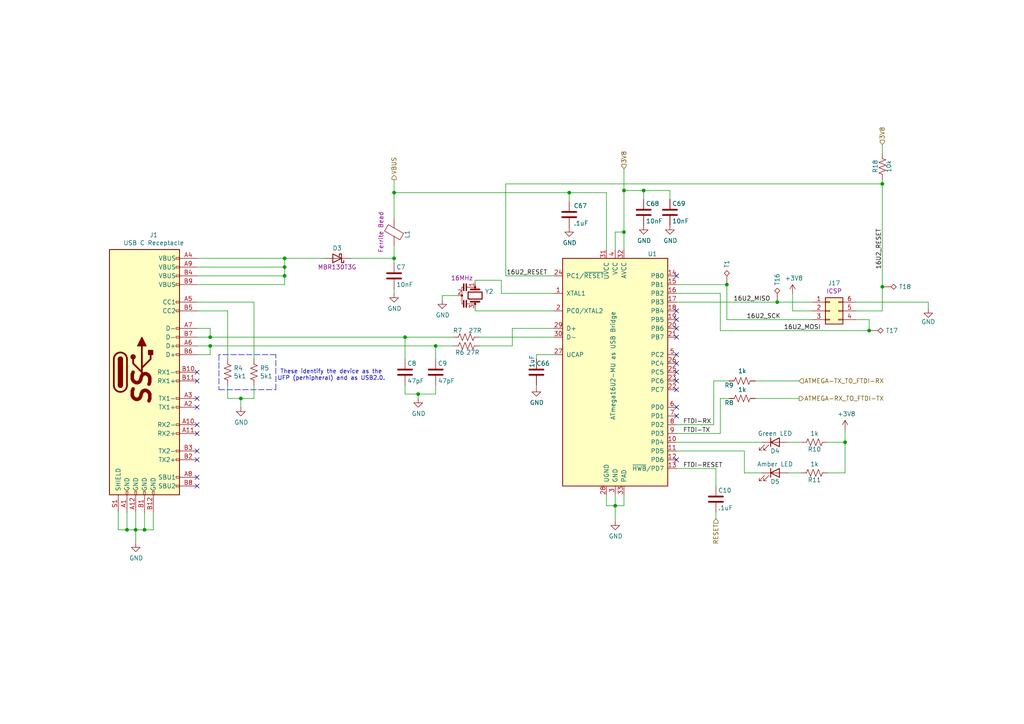
<source format=kicad_sch>
(kicad_sch (version 20211123) (generator eeschema)
  (paper "A4")
  (title_block (title "RCP USB PORT & BRIDGE "))
  (lib_symbols
    (symbol "Connector:TestPoint_Alt" (pin_numbers hide) (pin_names (offset 0.762) hide)
      (property "Reference" "TP" (at 0 6.858 0))
      (property "Value" "TestPoint_Alt" (at 0 5.08 0))
      (symbol "TestPoint_Alt_0_1"
        (polyline (pts (xy 0 2.54) (xy -0.762 3.302) (xy 0 4.064) (xy 0.762 3.302) (xy 0 2.54)))
      )
      (symbol "TestPoint_Alt_1_1"
        (pin passive line (at 0 0 90) (length 2.54) (name "1") (number "1"))
      )
    )
    (symbol "Connector_Generic:Conn_02x03_Counter_Clockwise" (pin_names (offset 1.016) hide)
      (property "Reference" "J" (at 1.27 5.08 0))
      (property "Value" "Conn_02x03_Counter_Clockwise" (at 1.27 -5.08 0))
      (symbol "Conn_02x03_Counter_Clockwise_1_1"
        (rectangle (start -1.27 -2.413) (end 0 -2.667) (stroke (width 0.1524)))
        (rectangle (start -1.27 0.127) (end 0 -0.127) (stroke (width 0.1524)))
        (rectangle (start -1.27 2.667) (end 0 2.413) (stroke (width 0.1524)))
        (rectangle (start -1.27 3.81) (end 3.81 -3.81) (stroke (width 0.254)) (fill (type background)))
        (rectangle (start 3.81 -2.413) (end 2.54 -2.667) (stroke (width 0.1524)))
        (rectangle (start 3.81 0.127) (end 2.54 -0.127) (stroke (width 0.1524)))
        (rectangle (start 3.81 2.667) (end 2.54 2.413) (stroke (width 0.1524)))
        (pin passive line (at -5.08 2.54 0) (length 3.81) (name "Pin_1") (number "1"))
        (pin passive line (at -5.08 0 0) (length 3.81) (name "Pin_2") (number "2"))
        (pin passive line (at -5.08 -2.54 0) (length 3.81) (name "Pin_3") (number "3"))
        (pin passive line (at 7.62 -2.54 180) (length 3.81) (name "Pin_4") (number "4"))
        (pin passive line (at 7.62 0 180) (length 3.81) (name "Pin_5") (number "5"))
        (pin passive line (at 7.62 2.54 180) (length 3.81) (name "Pin_6") (number "6"))
      )
    )
    (symbol "Device:C" (pin_numbers hide) (pin_names (offset 0.254))
      (property "Reference" "C" (at 0.635 2.54 0))
      (property "Value" "C" (at 0.635 -2.54 0))
      (symbol "C_0_1"
        (polyline (pts (xy -2.032 -0.762) (xy 2.032 -0.762)) (stroke (width 0.508)))
        (polyline (pts (xy -2.032 0.762) (xy 2.032 0.762)) (stroke (width 0.508)))
      )
      (symbol "C_1_1"
        (pin passive line (at 0 3.81 270) (length 2.794) (name "~") (number "1"))
        (pin passive line (at 0 -3.81 90) (length 2.794) (name "~") (number "2"))
      )
    )
    (symbol "Device:D_Schottky" (pin_numbers hide) (pin_names (offset 1.016) hide)
      (property "Reference" "D" (at 0 2.54 0))
      (property "Value" "D_Schottky" (at 0 -2.54 0))
      (symbol "D_Schottky_0_1"
        (polyline (pts (xy 1.27 0) (xy -1.27 0)))
        (polyline (pts (xy 1.27 1.27) (xy 1.27 -1.27) (xy -1.27 0) (xy 1.27 1.27)) (stroke (width 0.254)))
        (polyline (pts (xy -1.905 0.635) (xy -1.905 1.27) (xy -1.27 1.27) (xy -1.27 -1.27) (xy -0.635 -1.27) (xy -0.635 -0.635)) (stroke (width 0.254)))
      )
      (symbol "D_Schottky_1_1"
        (pin passive line (at -3.81 0 0) (length 2.54) (name "K") (number "1"))
        (pin passive line (at 3.81 0 180) (length 2.54) (name "A") (number "2"))
      )
    )
    (symbol "Device:Ferrite_Bead" (pin_numbers hide) (pin_names (offset 0))
      (property "Reference" "FB" (at -3.81 0.635 90))
      (property "Value" "Device_Ferrite_Bead" (at 3.81 0 90))
      (symbol "Ferrite_Bead_0_1"
        (polyline (pts (xy 0 -1.27) (xy 0 -1.2192)))
        (polyline (pts (xy 0 1.27) (xy 0 1.2954)))
        (polyline (pts (xy -2.7686 0.4064) (xy -1.7018 2.2606) (xy 2.7686 -0.3048) (xy 1.6764 -2.159) (xy -2.7686 0.4064)))
      )
      (symbol "Ferrite_Bead_1_1"
        (pin passive line (at 0 3.81 270) (length 2.54) (name "~") (number "1"))
        (pin passive line (at 0 -3.81 90) (length 2.54) (name "~") (number "2"))
      )
    )
    (symbol "Device:LED" (pin_numbers hide) (pin_names (offset 1.016) hide)
      (property "Reference" "D" (at 0 2.54 0))
      (property "Value" "LED" (at 0 -2.54 0))
      (symbol "LED_0_1"
        (polyline (pts (xy -1.27 -1.27) (xy -1.27 1.27)) (stroke (width 0.254)))
        (polyline (pts (xy -1.27 0) (xy 1.27 0)))
        (polyline (pts (xy 1.27 -1.27) (xy 1.27 1.27) (xy -1.27 0) (xy 1.27 -1.27)) (stroke (width 0.254)))
        (polyline (pts (xy -3.048 -0.762) (xy -4.572 -2.286) (xy -3.81 -2.286) (xy -4.572 -2.286) (xy -4.572 -1.524)))
        (polyline (pts (xy -1.778 -0.762) (xy -3.302 -2.286) (xy -2.54 -2.286) (xy -3.302 -2.286) (xy -3.302 -1.524)))
      )
      (symbol "LED_1_1"
        (pin passive line (at -3.81 0 0) (length 2.54) (name "K") (number "1"))
        (pin passive line (at 3.81 0 180) (length 2.54) (name "A") (number "2"))
      )
    )
    (symbol "Device:R_US" (pin_numbers hide) (pin_names (offset 0))
      (property "Reference" "R" (at 2.54 0 90))
      (property "Value" "R_US" (at -2.54 0 90))
      (symbol "R_US_0_1"
        (polyline (pts (xy 0 -2.286) (xy 0 -2.54)))
        (polyline (pts (xy 0 2.286) (xy 0 2.54)))
        (polyline (pts (xy 0 -0.762) (xy 1.016 -1.143) (xy 0 -1.524) (xy -1.016 -1.905) (xy 0 -2.286)))
        (polyline (pts (xy 0 0.762) (xy 1.016 0.381) (xy 0 0) (xy -1.016 -0.381) (xy 0 -0.762)))
        (polyline (pts (xy 0 2.286) (xy 1.016 1.905) (xy 0 1.524) (xy -1.016 1.143) (xy 0 0.762)))
      )
      (symbol "R_US_1_1"
        (pin passive line (at 0 3.81 270) (length 1.27) (name "~") (number "1"))
        (pin passive line (at 0 -3.81 90) (length 1.27) (name "~") (number "2"))
      )
    )
    (symbol "Device:Resonator" (pin_names (offset 1.016) hide)
      (property "Reference" "Y" (at 0 5.715 0))
      (property "Value" "Resonator" (at 0 3.81 0))
      (symbol "Resonator_0_1"
        (rectangle (start -3.429 -3.175) (end -1.397 -3.429) (fill (type outline)))
        (rectangle (start -3.429 -2.413) (end -1.397 -2.667) (fill (type outline)))
        (circle (center -2.413 0) (radius 0.254) (fill (type outline)))
        (rectangle (start -1.016 2.032) (end 1.016 -2.032) (stroke (width 0.3048)))
        (circle (center 0 -3.81) (radius 0.254) (fill (type outline)))
        (polyline (pts (xy -2.413 -2.413) (xy -2.413 0)))
        (polyline (pts (xy -1.905 0) (xy -3.175 0)))
        (polyline (pts (xy -1.778 -1.27) (xy -1.778 1.27)) (stroke (width 0.508)))
        (polyline (pts (xy 1.778 -1.27) (xy 1.778 1.27)) (stroke (width 0.508)))
        (polyline (pts (xy 1.905 0) (xy 2.54 0)))
        (polyline (pts (xy 2.413 0) (xy 2.413 -2.54)))
        (polyline (pts (xy 2.413 -3.302) (xy 2.413 -3.81) (xy -2.413 -3.81) (xy -2.413 -3.302)))
        (rectangle (start 1.397 -3.175) (end 3.429 -3.429) (fill (type outline)))
        (rectangle (start 1.397 -2.413) (end 3.429 -2.667) (fill (type outline)))
        (circle (center 2.413 0) (radius 0.254) (fill (type outline)))
      )
      (symbol "Resonator_1_1"
        (pin passive line (at -3.81 0 0) (length 1.27) (name "1") (number "1"))
        (pin passive line (at 0 -5.08 90) (length 1.27) (name "2") (number "2"))
        (pin passive line (at 3.81 0 180) (length 1.27) (name "3") (number "3"))
      )
    )
    (symbol "MyLibrary:ATmega16U2-MU" (pin_names (offset 1.016))
      (property "Reference" "U" (at 8.89 33.02 0))
      (property "Value" "MyLibrary_ATmega16U2-MU" (at 0 0 0))
      (symbol "ATmega16U2-MU_1_1"
        (rectangle (start -15.24 -35.56) (end 15.24 30.48) (stroke (width 0.254)) (fill (type background)))
        (pin input line (at -17.78 20.32 0) (length 2.54) (name "XTAL1") (number "1"))
        (pin tri_state line (at 17.78 -22.86 180) (length 2.54) (name "PD4") (number "10"))
        (pin tri_state line (at 17.78 -25.4 180) (length 2.54) (name "PD5") (number "11"))
        (pin tri_state line (at 17.78 -27.94 180) (length 2.54) (name "PD6") (number "12"))
        (pin tri_state line (at 17.78 -30.48 180) (length 2.54) (name "~{HWB}/PD7") (number "13"))
        (pin tri_state line (at 17.78 25.4 180) (length 2.54) (name "PB0") (number "14"))
        (pin tri_state line (at 17.78 22.86 180) (length 2.54) (name "PB1") (number "15"))
        (pin tri_state line (at 17.78 20.32 180) (length 2.54) (name "PB2") (number "16"))
        (pin tri_state line (at 17.78 17.78 180) (length 2.54) (name "PB3") (number "17"))
        (pin tri_state line (at 17.78 15.24 180) (length 2.54) (name "PB4") (number "18"))
        (pin tri_state line (at 17.78 12.7 180) (length 2.54) (name "PB5") (number "19"))
        (pin tri_state line (at -17.78 15.24 0) (length 2.54) (name "PC0/XTAL2") (number "2"))
        (pin tri_state line (at 17.78 10.16 180) (length 2.54) (name "PB6") (number "20"))
        (pin tri_state line (at 17.78 7.62 180) (length 2.54) (name "PB7") (number "21"))
        (pin tri_state line (at 17.78 -7.62 180) (length 2.54) (name "PC7") (number "22"))
        (pin tri_state line (at 17.78 -5.08 180) (length 2.54) (name "PC6") (number "23"))
        (pin tri_state line (at -17.78 25.4 0) (length 2.54) (name "PC1/~{RESET}") (number "24"))
        (pin tri_state line (at 17.78 -2.54 180) (length 2.54) (name "PC5") (number "25"))
        (pin tri_state line (at 17.78 0 180) (length 2.54) (name "PC4") (number "26"))
        (pin passive line (at -17.78 2.54 0) (length 2.54) (name "UCAP") (number "27"))
        (pin power_in line (at -2.54 -38.1 90) (length 2.54) (name "UGND") (number "28"))
        (pin bidirectional line (at -17.78 10.16 0) (length 2.54) (name "D+") (number "29"))
        (pin power_in line (at 0 -38.1 90) (length 2.54) (name "GND") (number "3"))
        (pin bidirectional line (at -17.78 7.62 0) (length 2.54) (name "D-") (number "30"))
        (pin power_in line (at -2.54 33.02 270) (length 2.54) (name "UVCC") (number "31"))
        (pin power_in line (at 2.54 33.02 270) (length 2.54) (name "AVCC") (number "32"))
        (pin passive line (at 2.54 -38.1 90) (length 2.54) (name "PAD") (number "33"))
        (pin power_in line (at 0 33.02 270) (length 2.54) (name "VCC") (number "4"))
        (pin tri_state line (at 17.78 2.54 180) (length 2.54) (name "PC2") (number "5"))
        (pin tri_state line (at 17.78 -12.7 180) (length 2.54) (name "PD0") (number "6"))
        (pin tri_state line (at 17.78 -15.24 180) (length 2.54) (name "PD1") (number "7"))
        (pin tri_state line (at 17.78 -17.78 180) (length 2.54) (name "PD2") (number "8"))
        (pin tri_state line (at 17.78 -20.32 180) (length 2.54) (name "PD3") (number "9"))
      )
    )
    (symbol "RUSP_Mainboard-rescue:USB_C_Receptacle-Connector-4GRotaryCellPhone-rescue-4GRCP_Mainboard-rescue" (pin_names (offset 1.016))
      (property "Reference" "J" (at -10.16 36.83 0))
      (property "Value" "USB_C_Receptacle-Connector-4GRotaryCellPhone-rescue-4GRCP_Mainboard-rescue" (at 10.16 36.83 0))
      (symbol "USB_C_Receptacle-Connector-4GRotaryCellPhone-rescue-4GRCP_Mainboard-rescue_0_0"
        (rectangle (start -5.334 -35.56) (end -4.826 -34.544))
        (rectangle (start -2.794 -35.56) (end -2.286 -34.544))
        (rectangle (start -0.254 -35.56) (end 0.254 -34.544))
        (rectangle (start 2.286 -35.56) (end 2.794 -34.544))
        (rectangle (start 10.16 -32.766) (end 9.144 -33.274))
        (rectangle (start 10.16 -30.226) (end 9.144 -30.734))
        (rectangle (start 10.16 -25.146) (end 9.144 -25.654))
        (rectangle (start 10.16 -22.606) (end 9.144 -23.114))
        (rectangle (start 10.16 -17.526) (end 9.144 -18.034))
        (rectangle (start 10.16 -14.986) (end 9.144 -15.494))
        (rectangle (start 10.16 -9.906) (end 9.144 -10.414))
        (rectangle (start 10.16 -7.366) (end 9.144 -7.874))
        (rectangle (start 10.16 -2.286) (end 9.144 -2.794))
        (rectangle (start 10.16 0.254) (end 9.144 -0.254))
        (rectangle (start 10.16 5.334) (end 9.144 4.826))
        (rectangle (start 10.16 7.874) (end 9.144 7.366))
        (rectangle (start 10.16 10.414) (end 9.144 9.906))
        (rectangle (start 10.16 12.954) (end 9.144 12.446))
        (rectangle (start 10.16 18.034) (end 9.144 17.526))
        (rectangle (start 10.16 20.574) (end 9.144 20.066))
        (rectangle (start 10.16 25.654) (end 9.144 25.146))
        (rectangle (start 10.16 28.194) (end 9.144 27.686))
        (rectangle (start 10.16 30.734) (end 9.144 30.226))
        (rectangle (start 10.16 33.274) (end 9.144 32.766))
        (text "SS" (at -0.762 -4.445 900) (effects (font (size 5.08 5.08) bold italic)))
      )
      (symbol "USB_C_Receptacle-Connector-4GRotaryCellPhone-rescue-4GRCP_Mainboard-rescue_0_1"
        (rectangle (start -10.16 35.56) (end 10.16 -35.56) (stroke (width 0.254)) (fill (type background)))
        (arc (start -8.89 -3.81) (mid -6.985 -5.715) (end -5.08 -3.81) (stroke (width 0.508)))
        (arc (start -7.62 -3.81) (mid -6.985 -4.445) (end -6.35 -3.81) (stroke (width 0.254)))
        (arc (start -7.62 -3.81) (mid -6.985 -4.445) (end -6.35 -3.81) (stroke (width 0.254)) (fill (type outline)))
        (rectangle (start -7.62 -3.81) (end -6.35 3.81) (stroke (width 0.254)) (fill (type outline)))
        (arc (start -6.35 3.81) (mid -6.985 4.445) (end -7.62 3.81) (stroke (width 0.254)))
        (arc (start -6.35 3.81) (mid -6.985 4.445) (end -7.62 3.81) (stroke (width 0.254)) (fill (type outline)))
        (arc (start -5.08 3.81) (mid -6.985 5.715) (end -8.89 3.81) (stroke (width 0.508)))
        (circle (center -3.302 4.445) (radius 0.635) (stroke (width 0.254)) (fill (type outline)))
        (polyline (pts (xy -8.89 -3.81) (xy -8.89 3.81)) (stroke (width 0.508)))
        (polyline (pts (xy -5.08 3.81) (xy -5.08 -3.81)) (stroke (width 0.508)))
        (polyline (pts (xy -0.762 -1.27) (xy -0.762 7.62)) (stroke (width 0.508)))
        (polyline (pts (xy -0.762 0) (xy -3.302 2.54) (xy -3.302 3.81)) (stroke (width 0.508)))
        (polyline (pts (xy -0.762 1.27) (xy 1.778 3.81) (xy 1.778 5.08)) (stroke (width 0.508)))
        (polyline (pts (xy -2.032 7.62) (xy -0.762 10.16) (xy 0.508 7.62) (xy -2.032 7.62)) (stroke (width 0.254)) (fill (type outline)))
        (rectangle (start 1.143 5.08) (end 2.413 6.35) (stroke (width 0.254)) (fill (type outline)))
      )
      (symbol "USB_C_Receptacle-Connector-4GRotaryCellPhone-rescue-4GRCP_Mainboard-rescue_1_1"
        (pin power_in line (at -5.08 -40.64 90) (length 5.08) (name "GND") (number "A1"))
        (pin bidirectional line (at 15.24 -15.24 180) (length 5.08) (name "RX2-") (number "A10"))
        (pin bidirectional line (at 15.24 -17.78 180) (length 5.08) (name "RX2+") (number "A11"))
        (pin power_in line (at -2.54 -40.64 90) (length 5.08) (name "GND") (number "A12"))
        (pin bidirectional line (at 15.24 -10.16 180) (length 5.08) (name "TX1+") (number "A2"))
        (pin bidirectional line (at 15.24 -7.62 180) (length 5.08) (name "TX1-") (number "A3"))
        (pin power_in line (at 15.24 33.02 180) (length 5.08) (name "VBUS") (number "A4"))
        (pin bidirectional line (at 15.24 20.32 180) (length 5.08) (name "CC1") (number "A5"))
        (pin bidirectional line (at 15.24 7.62 180) (length 5.08) (name "D+") (number "A6"))
        (pin bidirectional line (at 15.24 12.7 180) (length 5.08) (name "D-") (number "A7"))
        (pin bidirectional line (at 15.24 -30.48 180) (length 5.08) (name "SBU1") (number "A8"))
        (pin power_in line (at 15.24 30.48 180) (length 5.08) (name "VBUS") (number "A9"))
        (pin power_in line (at 0 -40.64 90) (length 5.08) (name "GND") (number "B1"))
        (pin bidirectional line (at 15.24 0 180) (length 5.08) (name "RX1-") (number "B10"))
        (pin bidirectional line (at 15.24 -2.54 180) (length 5.08) (name "RX1+") (number "B11"))
        (pin power_in line (at 2.54 -40.64 90) (length 5.08) (name "GND") (number "B12"))
        (pin bidirectional line (at 15.24 -25.4 180) (length 5.08) (name "TX2+") (number "B2"))
        (pin bidirectional line (at 15.24 -22.86 180) (length 5.08) (name "TX2-") (number "B3"))
        (pin power_in line (at 15.24 27.94 180) (length 5.08) (name "VBUS") (number "B4"))
        (pin bidirectional line (at 15.24 17.78 180) (length 5.08) (name "CC2") (number "B5"))
        (pin bidirectional line (at 15.24 5.08 180) (length 5.08) (name "D+") (number "B6"))
        (pin bidirectional line (at 15.24 10.16 180) (length 5.08) (name "D-") (number "B7"))
        (pin bidirectional line (at 15.24 -33.02 180) (length 5.08) (name "SBU2") (number "B8"))
        (pin power_in line (at 15.24 25.4 180) (length 5.08) (name "VBUS") (number "B9"))
        (pin passive line (at -7.62 -40.64 90) (length 5.08) (name "SHIELD") (number "S1"))
      )
    )
    (symbol "power:+3V8" (power) (pin_names (offset 0))
      (property "Value" "+3V8" (at 0 3.556 0))
      (symbol "+3V8_0_1"
        (polyline (pts (xy -0.762 1.27) (xy 0 2.54)))
        (polyline (pts (xy 0 0) (xy 0 2.54)))
        (polyline (pts (xy 0 2.54) (xy 0.762 1.27)))
      )
      (symbol "+3V8_1_1"
        (pin power_in line (at 0 0 90) (length 0) hide (name "+3V8") (number "1"))
      )
    )
    (symbol "power:GND" (power) (pin_names (offset 0))
      (property "Value" "GND" (at 0 -3.81 0))
      (symbol "GND_0_1"
        (polyline (pts (xy 0 0) (xy 0 -1.27) (xy 1.27 -1.27) (xy 0 -2.54) (xy -1.27 -1.27) (xy 0 -1.27)))
      )
      (symbol "GND_1_1"
        (pin power_in line (at 0 0 270) (length 0) hide (name "GND") (number "1"))
      )
    )
  )
  (junction (at 178.435 146.685))
  (junction (at 60.96 100.33))
  (junction (at 186.69 55.245))
  (junction (at 126.365 100.33))
  (junction (at 82.55 74.93))
  (junction (at 41.91 153.67))
  (junction (at 165.1 55.88))
  (junction (at 114.3 55.88))
  (junction (at 121.285 114.3))
  (junction (at 180.975 55.245))
  (junction (at 210.82 82.55))
  (junction (at 114.3 74.93))
  (junction (at 255.905 83.185))
  (junction (at 252.095 95.885))
  (junction (at 39.37 153.67))
  (junction (at 82.55 80.01))
  (junction (at 245.11 128.27))
  (junction (at 180.975 67.31))
  (junction (at 225.425 87.63))
  (junction (at 82.55 77.47))
  (junction (at 69.85 115.57))
  (junction (at 60.96 97.79))
  (junction (at 117.475 97.79))
  (junction (at 255.905 53.34))
  (junction (at 36.83 153.67))
  (no_connect (at 57.15 123.19))
  (no_connect (at 196.215 90.17))
  (no_connect (at 196.215 92.71))
  (no_connect (at 57.15 130.81))
  (no_connect (at 57.15 107.95))
  (no_connect (at 196.215 95.25))
  (no_connect (at 57.15 115.57))
  (no_connect (at 196.215 113.03))
  (no_connect (at 196.215 118.11))
  (no_connect (at 196.215 107.95))
  (no_connect (at 196.215 110.49))
  (no_connect (at 57.15 110.49))
  (no_connect (at 196.215 97.79))
  (no_connect (at 57.15 133.35))
  (no_connect (at 57.15 125.73))
  (no_connect (at 196.215 102.87))
  (no_connect (at 196.215 120.65))
  (no_connect (at 196.215 105.41))
  (no_connect (at 196.215 80.01))
  (no_connect (at 57.15 138.43))
  (no_connect (at 57.15 118.11))
  (no_connect (at 57.15 140.97))
  (no_connect (at 196.215 133.35))
  (wire (pts (xy 196.215 130.81) (xy 215.9 130.81)))
  (wire (pts (xy 155.575 102.87) (xy 160.655 102.87)))
  (wire (pts (xy 196.215 128.27) (xy 220.98 128.27)))
  (wire (pts (xy 207.645 150.495) (xy 207.645 148.59)))
  (wire (pts (xy 255.905 41.91) (xy 255.905 44.45)))
  (wire (pts (xy 208.915 85.09) (xy 208.915 95.885)))
  (wire (pts (xy 114.3 74.93) (xy 114.3 71.12)))
  (wire (pts (xy 248.285 90.17) (xy 255.905 90.17)))
  (wire (pts (xy 178.435 72.39) (xy 178.435 67.31)))
  (wire (pts (xy 186.69 55.245) (xy 194.31 55.245)))
  (wire (pts (xy 160.655 90.17) (xy 137.795 90.17)))
  (wire (pts (xy 82.55 74.93) (xy 57.15 74.93)))
  (wire (pts (xy 229.87 90.17) (xy 235.585 90.17)))
  (wire (pts (xy 117.475 111.76) (xy 117.475 114.3)))
  (wire (pts (xy 114.3 52.07) (xy 114.3 55.88)))
  (wire (pts (xy 196.215 123.19) (xy 207.01 123.19)))
  (wire (pts (xy 165.1 55.88) (xy 114.3 55.88)))
  (wire (pts (xy 146.685 80.01) (xy 160.655 80.01)))
  (wire (pts (xy 215.9 137.16) (xy 220.98 137.16)))
  (wire (pts (xy 255.905 53.34) (xy 146.685 53.34)))
  (wire (pts (xy 57.15 97.79) (xy 60.96 97.79)))
  (wire (pts (xy 178.435 67.31) (xy 180.975 67.31)))
  (wire (pts (xy 57.15 100.33) (xy 60.96 100.33)))
  (polyline (pts (xy 80.01 113.03) (xy 80.01 102.87)))
  (wire (pts (xy 228.6 137.16) (xy 232.41 137.16)))
  (wire (pts (xy 178.435 146.685) (xy 180.975 146.685)))
  (wire (pts (xy 126.365 100.33) (xy 131.445 100.33)))
  (wire (pts (xy 82.55 80.01) (xy 82.55 77.47)))
  (wire (pts (xy 255.905 90.17) (xy 255.905 83.185)))
  (wire (pts (xy 229.87 85.09) (xy 229.87 90.17)))
  (wire (pts (xy 82.55 82.55) (xy 82.55 80.01)))
  (wire (pts (xy 137.795 90.17) (xy 137.795 89.535)))
  (wire (pts (xy 36.83 153.67) (xy 39.37 153.67)))
  (wire (pts (xy 207.01 110.49) (xy 211.455 110.49)))
  (wire (pts (xy 114.3 55.88) (xy 114.3 63.5)))
  (wire (pts (xy 208.915 115.57) (xy 208.915 125.73)))
  (wire (pts (xy 175.895 143.51) (xy 175.895 146.685)))
  (wire (pts (xy 148.59 100.33) (xy 148.59 95.25)))
  (wire (pts (xy 180.975 55.245) (xy 186.69 55.245)))
  (wire (pts (xy 208.915 115.57) (xy 211.455 115.57)))
  (wire (pts (xy 245.11 124.46) (xy 245.11 128.27)))
  (wire (pts (xy 57.15 82.55) (xy 82.55 82.55)))
  (wire (pts (xy 245.11 137.16) (xy 240.03 137.16)))
  (wire (pts (xy 175.895 72.39) (xy 175.895 55.88)))
  (wire (pts (xy 57.15 80.01) (xy 82.55 80.01)))
  (wire (pts (xy 215.9 130.81) (xy 215.9 137.16)))
  (wire (pts (xy 255.905 53.34) (xy 255.905 52.07)))
  (wire (pts (xy 126.365 104.14) (xy 126.365 100.33)))
  (wire (pts (xy 210.82 82.55) (xy 196.215 82.55)))
  (wire (pts (xy 57.15 90.17) (xy 66.04 90.17)))
  (wire (pts (xy 34.29 153.67) (xy 36.83 153.67)))
  (wire (pts (xy 207.645 135.89) (xy 207.645 140.97)))
  (wire (pts (xy 117.475 114.3) (xy 121.285 114.3)))
  (wire (pts (xy 137.795 81.915) (xy 137.795 81.28)))
  (wire (pts (xy 207.01 123.19) (xy 207.01 110.49)))
  (wire (pts (xy 148.59 95.25) (xy 160.655 95.25)))
  (wire (pts (xy 57.15 87.63) (xy 73.66 87.63)))
  (wire (pts (xy 175.895 55.88) (xy 165.1 55.88)))
  (wire (pts (xy 139.065 100.33) (xy 148.59 100.33)))
  (wire (pts (xy 248.285 92.71) (xy 252.095 92.71)))
  (wire (pts (xy 196.215 87.63) (xy 225.425 87.63)))
  (wire (pts (xy 208.915 125.73) (xy 196.215 125.73)))
  (wire (pts (xy 60.96 102.87) (xy 60.96 100.33)))
  (wire (pts (xy 139.065 97.79) (xy 160.655 97.79)))
  (wire (pts (xy 41.91 148.59) (xy 41.91 153.67)))
  (wire (pts (xy 73.66 115.57) (xy 73.66 111.76)))
  (wire (pts (xy 196.215 85.09) (xy 208.915 85.09)))
  (polyline (pts (xy 63.5 113.03) (xy 80.01 113.03)))
  (wire (pts (xy 60.96 100.33) (xy 126.365 100.33)))
  (wire (pts (xy 66.04 115.57) (xy 69.85 115.57)))
  (wire (pts (xy 180.975 67.31) (xy 180.975 72.39)))
  (wire (pts (xy 137.795 81.28) (xy 145.415 81.28)))
  (wire (pts (xy 210.82 92.71) (xy 210.82 82.55)))
  (wire (pts (xy 57.15 95.25) (xy 60.96 95.25)))
  (wire (pts (xy 180.975 55.245) (xy 180.975 48.895)))
  (wire (pts (xy 66.04 111.76) (xy 66.04 115.57)))
  (polyline (pts (xy 63.5 102.87) (xy 63.5 113.03)))
  (wire (pts (xy 66.04 90.17) (xy 66.04 104.14)))
  (wire (pts (xy 269.24 87.63) (xy 248.285 87.63)))
  (wire (pts (xy 245.11 128.27) (xy 245.11 137.16)))
  (wire (pts (xy 228.6 128.27) (xy 232.41 128.27)))
  (wire (pts (xy 165.1 58.42) (xy 165.1 55.88)))
  (wire (pts (xy 208.915 95.885) (xy 252.095 95.885)))
  (polyline (pts (xy 80.01 102.87) (xy 63.5 102.87)))
  (wire (pts (xy 57.15 77.47) (xy 82.55 77.47)))
  (wire (pts (xy 44.45 148.59) (xy 44.45 153.67)))
  (wire (pts (xy 114.3 76.2) (xy 114.3 74.93)))
  (wire (pts (xy 178.435 151.13) (xy 178.435 146.685)))
  (wire (pts (xy 178.435 143.51) (xy 178.435 146.685)))
  (wire (pts (xy 126.365 114.3) (xy 126.365 111.76)))
  (wire (pts (xy 255.905 83.185) (xy 255.905 53.34)))
  (wire (pts (xy 240.03 128.27) (xy 245.11 128.27)))
  (wire (pts (xy 73.66 87.63) (xy 73.66 104.14)))
  (wire (pts (xy 39.37 157.48) (xy 39.37 153.67)))
  (wire (pts (xy 225.425 87.63) (xy 235.585 87.63)))
  (wire (pts (xy 128.27 86.995) (xy 128.27 85.725)))
  (wire (pts (xy 57.15 102.87) (xy 60.96 102.87)))
  (wire (pts (xy 186.69 55.245) (xy 186.69 57.785)))
  (wire (pts (xy 121.285 115.57) (xy 121.285 114.3)))
  (wire (pts (xy 194.31 55.245) (xy 194.31 57.785)))
  (wire (pts (xy 155.575 104.14) (xy 155.575 102.87)))
  (wire (pts (xy 121.285 114.3) (xy 126.365 114.3)))
  (wire (pts (xy 117.475 104.14) (xy 117.475 97.79)))
  (wire (pts (xy 145.415 85.09) (xy 160.655 85.09)))
  (wire (pts (xy 60.96 95.25) (xy 60.96 97.79)))
  (wire (pts (xy 36.83 153.67) (xy 36.83 148.59)))
  (wire (pts (xy 114.3 85.09) (xy 114.3 83.82)))
  (wire (pts (xy 180.975 146.685) (xy 180.975 143.51)))
  (wire (pts (xy 41.91 153.67) (xy 44.45 153.67)))
  (wire (pts (xy 60.96 97.79) (xy 117.475 97.79)))
  (wire (pts (xy 269.24 89.535) (xy 269.24 87.63)))
  (wire (pts (xy 39.37 153.67) (xy 41.91 153.67)))
  (wire (pts (xy 145.415 81.28) (xy 145.415 85.09)))
  (wire (pts (xy 196.215 135.89) (xy 207.645 135.89)))
  (wire (pts (xy 101.6 74.93) (xy 114.3 74.93)))
  (wire (pts (xy 252.095 95.885) (xy 252.095 92.71)))
  (wire (pts (xy 82.55 74.93) (xy 93.98 74.93)))
  (wire (pts (xy 34.29 153.67) (xy 34.29 148.59)))
  (wire (pts (xy 82.55 77.47) (xy 82.55 74.93)))
  (wire (pts (xy 219.075 110.49) (xy 231.775 110.49)))
  (wire (pts (xy 117.475 97.79) (xy 131.445 97.79)))
  (wire (pts (xy 180.975 67.31) (xy 180.975 55.245)))
  (wire (pts (xy 69.85 115.57) (xy 73.66 115.57)))
  (wire (pts (xy 155.575 111.76) (xy 155.575 112.395)))
  (wire (pts (xy 210.82 92.71) (xy 235.585 92.71)))
  (wire (pts (xy 231.775 115.57) (xy 219.075 115.57)))
  (wire (pts (xy 175.895 146.685) (xy 178.435 146.685)))
  (wire (pts (xy 39.37 148.59) (xy 39.37 153.67)))
  (wire (pts (xy 146.685 53.34) (xy 146.685 80.01)))
  (wire (pts (xy 69.85 115.57) (xy 69.85 118.11)))
  (wire (pts (xy 128.27 85.725) (xy 132.715 85.725)))
  (text "These identify the device as the \nUFP (perhipheral) and as USB2.0." (at 111.76 110.49 0) (effects (font (size 1.1938 1.1938)) (justify right bottom)))
  (label "FTDI-TX" (at 198.12 125.73 0))
  (label "16U2_RESET" (at 255.905 78.105 90))
  (label "16U2_MOSI" (at 227.33 95.885 0))
  (label "16U2_RESET" (at 158.75 80.01 180))
  (label "16U2_MISO" (at 212.725 87.63 0))
  (label "16U2_SCK" (at 216.535 92.71 0))
  (label "FTDI-RX" (at 198.12 123.19 0))
  (label "FTDI-RESET" (at 198.12 135.89 0))
  (hierarchical_label "ATMEGA-TX_TO_FTDI-RX" (shape input) (at 231.775 110.49 0))
  (hierarchical_label "ATMEGA-RX_TO_FTDI-TX" (shape output) (at 231.775 115.57 0))
  (hierarchical_label "VBUS" (shape output) (at 114.3 52.07 90))
  (hierarchical_label "RESET" (shape input) (at 207.645 150.495 270))
  (hierarchical_label "3V8" (shape input) (at 180.975 48.895 90))
  (hierarchical_label "3V8" (shape input) (at 255.905 41.91 90))
  (symbol (lib_id "Device:R_US") (at 135.255 97.79 270) (unit 1)
    (property "Reference" "R7" (at 132.715 95.885 90))
    (property "Value" "27R" (at 137.795 95.885 90))
    (property "Footprint" "Resistor_SMD:R_0603_1608Metric" (effects hide))
    (property "Distrib. Name" "Digi-Key" (effects hide))
    (property "Distrib Part No." "RMCF0603JT27R0CT-ND " (effects hide))
  )
  (symbol (lib_id "Device:R_US") (at 135.255 100.33 270) (unit 1)
    (property "Reference" "R6" (at 133.35 102.235 90))
    (property "Value" "27R" (at 137.16 102.235 90))
    (property "Footprint" "Resistor_SMD:R_0603_1608Metric" (effects hide))
    (property "Distrib. Name" "Digi-Key" (effects hide))
    (property "Distrib Part No." "RMCF0603JT27R0CT-ND " (effects hide))
  )
  (symbol (lib_id "Device:C") (at 126.365 107.95 0) (unit 1)
    (property "Reference" "C9" (at 127 105.41 0) (effects (justify left)))
    (property "Value" "47pF" (at 127 110.49 0) (effects (justify left)))
    (property "Footprint" "Capacitor_SMD:C_0603_1608Metric" (effects hide))
    (property "Distrib. Name" "Digi-Key" (effects hide))
    (property "Distrib Part No." "399-7918-1-ND " (effects hide))
  )
  (symbol (lib_id "Device:C") (at 117.475 107.95 0) (unit 1)
    (property "Reference" "C8" (at 118.11 105.41 0) (effects (justify left)))
    (property "Value" "47pF" (at 118.11 110.49 0) (effects (justify left)))
    (property "Footprint" "Capacitor_SMD:C_0603_1608Metric" (effects hide))
    (property "Distrib. Name" "Digi-Key" (effects hide))
    (property "Distrib Part No." "399-7918-1-ND " (effects hide))
  )
  (symbol (lib_id "Device:R_US") (at 236.22 128.27 270) (unit 1)
    (property "Reference" "R10" (at 236.22 130.302 90))
    (property "Value" "1k" (at 236.22 125.73 90))
    (property "Footprint" "Resistor_SMD:R_0603_1608Metric" (effects hide))
    (property "Distrib. Name" "Digi-Key" (effects hide))
    (property "Distrib Part No." "P1.0KGCT-ND" (effects hide))
  )
  (symbol (lib_id "Device:LED") (at 224.79 128.27 0) (unit 1)
    (property "Reference" "D4" (at 224.79 130.81 0))
    (property "Value" "Green LED" (at 224.79 125.73 0))
    (property "Footprint" "LED_SMD:LED_0603_1608Metric_Castellated" (effects hide))
    (property "Mfg. Name" "OSRAM" (effects hide))
    (property "Mfg. Part No." "LT Q39G-Q1OO-25-1" (effects hide))
    (property "Distrib. Name" "DigiKey" (effects hide))
    (property "Distrib Part No." "475-3442-1-ND‎" (effects hide))
    (property "Color" "Rx/GREEN" (effects hide))
  )
  (symbol (lib_id "Device:R_US") (at 236.22 137.16 270) (unit 1)
    (property "Reference" "R11" (at 236.22 139.192 90))
    (property "Value" "1k" (at 236.22 134.62 90))
    (property "Footprint" "Resistor_SMD:R_0603_1608Metric" (effects hide))
    (property "Distrib. Name" "Digi-Key" (effects hide))
    (property "Distrib Part No." "P1.0KGCT-ND" (effects hide))
  )
  (symbol (lib_id "Device:LED") (at 224.79 137.16 0) (unit 1)
    (property "Reference" "D5" (at 224.79 139.7 0))
    (property "Value" "Amber LED" (at 224.79 134.62 0))
    (property "Footprint" "LED_SMD:LED_0603_1608Metric_Castellated" (effects hide))
    (property "Mfg. Name" "Inolux" (effects hide))
    (property "Mfg. Part No." "IN-S63AT5Y" (effects hide))
    (property "Distrib. Name" "DigiKey" (effects hide))
    (property "Distrib Part No." "1830-1066-1-ND‎" (effects hide))
    (property "Color" "Tx/YELLOW" (effects hide))
  )
  (symbol (lib_id "Device:Ferrite_Bead") (at 114.3 67.31 180) (unit 1)
    (property "Reference" "L1" (at 118.11 67.945 90))
    (property "Value" "Ferrite Bead for VBus" (effects hide))
    (property "Footprint" "Resistor_SMD:R_0805_2012Metric_Pad1.15x1.40mm_HandSolder" (effects hide))
    (property "Mfg. Name" "Laird" (effects hide))
    (property "Mfg. Part No." "MI0805K601R-10" (effects hide))
    (property "Distrib. Name" "DigiKey" (effects hide))
    (property "Distrib Part No." "240-2390-1-ND" (effects hide))
    (property "Label" "Ferrite Bead" (at 110.49 67.31 90))
  )
  (symbol (lib_id "Device:C") (at 114.3 80.01 0) (unit 1)
    (property "Reference" "C7" (at 114.935 77.47 0) (effects (justify left)))
    (property "Value" "10nF" (at 114.935 82.55 0) (effects (justify left)))
    (property "Footprint" "Capacitor_SMD:C_0603_1608Metric" (effects hide))
  )
  (symbol (lib_id "Device:C") (at 207.645 144.78 0) (unit 1)
    (property "Reference" "C10" (at 208.28 142.24 0) (effects (justify left)))
    (property "Value" ".1uF" (at 208.28 147.32 0) (effects (justify left)))
    (property "Footprint" "Capacitor_SMD:C_0603_1608Metric" (effects hide))
    (property "Distrib. Name" "Digi-Key" (effects hide))
    (property "Distrib Part No." "1276-1000-1-ND " (effects hide))
    (property "Label" "50V" (effects hide))
  )
  (symbol (lib_id "Device:R_US") (at 215.265 115.57 90) (unit 1)
    (property "Reference" "R8" (at 211.455 116.84 90))
    (property "Value" "1k" (at 215.265 113.03 90))
    (property "Footprint" "Resistor_SMD:R_0603_1608Metric" (effects hide))
    (property "Distrib. Name" "Digi-Key" (effects hide))
    (property "Distrib Part No." "P1.0KGCT-ND" (effects hide))
  )
  (symbol (lib_id "Device:R_US") (at 215.265 110.49 270) (unit 1)
    (property "Reference" "R9" (at 211.455 111.76 90))
    (property "Value" "1k" (at 215.265 107.5944 90))
    (property "Footprint" "Resistor_SMD:R_0603_1608Metric" (effects hide))
    (property "Distrib. Name" "Digi-Key" (effects hide))
    (property "Distrib Part No." "P1.0KGCT-ND" (effects hide))
  )
  (symbol (lib_id "Device:D_Schottky") (at 97.79 74.93 180) (unit 1)
    (property "Reference" "D3" (at 97.79 71.9836 0))
    (property "Value" "VBus Protection Schottky" (effects hide))
    (property "Footprint" "Diode_SMD:D_SOD-123" (effects hide))
    (property "Mfg. Name" "ON Semiconductor" (effects hide))
    (property "Mfg. Part No." "MBR130T3G" (at 97.79 77.47 0))
    (property "Distrib. Name" "DigiKey" (effects hide))
    (property "Distrib Part No." "MBR130T3GOSCT-ND" (effects hide))
  )
  (symbol (lib_id "power:GND") (at 69.85 118.11 0) (unit 1)
    (property "Reference" "#PWR0121" (effects hide))
    (property "Value" "GND" (at 69.977 122.5042 0))
  )
  (symbol (lib_id "power:GND") (at 121.285 115.57 0) (unit 1)
    (property "Reference" "#PWR0123" (effects hide))
    (property "Value" "GND" (at 121.412 119.9642 0))
  )
  (symbol (lib_id "RUSP_Mainboard-rescue:USB_C_Receptacle-Connector-4GRotaryCellPhone-rescue-4GRCP_Mainboard-rescue") (at 41.91 107.95 0) (unit 1)
    (property "Reference" "J1" (at 44.577 68.1482 0))
    (property "Value" "USB C Receptacle" (at 44.577 70.4596 0))
    (property "Footprint" "MyFootprints:USBC_CUI_UJ31-CH-G1-SMT-TR" (effects hide))
    (property "Datasheet" "https://www.cuidevices.com/product/resource/uj31-ch-g1-smt-tr.pdf" (effects hide))
    (property "Mfg. Name" "CUI" (effects hide))
    (property "Mfg. Part No." "UJ31-CH-G1-SMT-TR" (effects hide))
  )
  (symbol (lib_id "Device:R_US") (at 66.04 107.95 0) (unit 1)
    (property "Reference" "R4" (at 67.7672 106.7816 0) (effects (justify left)))
    (property "Value" "5k1" (at 67.7672 109.093 0) (effects (justify left)))
    (property "Footprint" "Resistor_SMD:R_0402_1005Metric" (effects hide))
    (property "Mfg. Name" "Yageo" (effects hide))
    (property "Mfg. Part No." "RC0402FR-075K1L" (effects hide))
  )
  (symbol (lib_id "Device:R_US") (at 73.66 107.95 0) (unit 1)
    (property "Reference" "R5" (at 75.3872 106.7816 0) (effects (justify left)))
    (property "Value" "5k1" (at 75.3872 109.093 0) (effects (justify left)))
    (property "Footprint" "Resistor_SMD:R_0402_1005Metric" (effects hide))
    (property "Mfg. Name" "Yageo" (effects hide))
    (property "Mfg. Part No." "RC0402FR-075K1L" (effects hide))
  )
  (symbol (lib_id "power:GND") (at 114.3 85.09 0) (unit 1)
    (property "Reference" "#PWR0151" (effects hide))
    (property "Value" "GND" (at 114.427 89.4842 0))
  )
  (symbol (lib_id "power:GND") (at 39.37 157.48 0) (unit 1)
    (property "Reference" "#PWR0152" (effects hide))
    (property "Value" "GND" (at 39.497 161.8742 0))
  )
  (symbol (lib_id "power:+3V8") (at 245.11 124.46 0) (unit 1)
    (property "Reference" "#PWR0122" (effects hide))
    (property "Value" "+3V8" (at 245.491 120.0658 0))
  )
  (symbol (lib_id "Device:C") (at 165.1 62.23 0) (unit 1)
    (property "Reference" "C67" (at 166.37 59.69 0) (effects (justify left)))
    (property "Value" ".1uF" (at 166.37 64.77 0) (effects (justify left)))
    (property "Footprint" "Capacitor_SMD:C_0603_1608Metric" (effects hide))
  )
  (symbol (lib_id "power:GND") (at 165.1 66.04 0) (unit 1)
    (property "Reference" "#PWR0149" (effects hide))
    (property "Value" "GND" (at 165.227 70.4342 0))
  )
  (symbol (lib_id "Connector_Generic:Conn_02x03_Counter_Clockwise") (at 240.665 90.17 0) (unit 1) (in_bom no)
    (property "Reference" "J17" (at 241.935 82.1182 0))
    (property "Value" "Conn_02x03_Counter_Clockwise" (effects hide))
    (property "Footprint" "MyFootprints:Tag-Connect_TC2030-IDC_MINIMAL" (effects hide))
    (property "Mfg. Name" "Tag-Connect" (effects hide))
    (property "Mfg. Part No." "Mating Connector: TC2030-IDC " (effects hide))
    (property "Label" "ICSP" (at 241.935 84.4296 0))
  )
  (symbol (lib_id "power:+3V8") (at 229.87 85.09 0) (unit 1)
    (property "Reference" "#PWR0150" (effects hide))
    (property "Value" "+3V8" (at 230.251 80.6958 0))
  )
  (symbol (lib_id "power:GND") (at 269.24 89.535 0) (unit 1)
    (property "Reference" "#PWR0234" (effects hide))
    (property "Value" "GND" (at 269.24 93.345 0))
  )
  (symbol (lib_id "Device:R_US") (at 255.905 48.26 180) (unit 1)
    (property "Reference" "R18" (at 253.873 48.26 90))
    (property "Value" "10k" (at 257.81 48.26 90))
    (property "Footprint" "Resistor_SMD:R_0603_1608Metric" (effects hide))
  )
  (symbol (lib_id "MyLibrary:ATmega16U2-MU") (at 178.435 105.41 0) (unit 1)
    (property "Reference" "U1" (at 189.23 73.66 0))
    (property "Value" "ATmega16U2-MU as USB Bridge" (at 177.8 106.045 90))
    (property "Footprint" "Package_DFN_QFN:QFN-32-1EP_5x5mm_P0.5mm_EP3.65x3.65mm" (effects hide))
    (property "Mfg. Name" "ATmega" (effects hide))
    (property "Mfg. Part No." "ATmega16U2-MU" (effects hide))
  )
  (symbol (lib_id "power:GND") (at 178.435 151.13 0) (unit 1)
    (property "Reference" "#PWR0246" (effects hide))
    (property "Value" "GND" (at 178.562 155.5242 0))
  )
  (symbol (lib_id "Device:C") (at 155.575 107.95 0) (unit 1)
    (property "Reference" "C66" (at 155.575 105.41 0) (effects (justify left)))
    (property "Value" "1uF" (at 154.305 106.68 90) (effects (justify left)))
    (property "Footprint" "Capacitor_SMD:C_0402_1005Metric" (effects hide))
    (property "Mfg. Name" "Kemet" (effects hide))
    (property "Mfg. Part No." "C0402C105K9PACTU" (effects hide))
  )
  (symbol (lib_id "power:GND") (at 155.575 112.395 0) (unit 1)
    (property "Reference" "#PWR0247" (effects hide))
    (property "Value" "GND" (at 155.702 116.7892 0))
  )
  (symbol (lib_id "Device:C") (at 186.69 61.595 0) (unit 1)
    (property "Reference" "C68" (at 187.325 59.055 0) (effects (justify left)))
    (property "Value" "10nF" (at 187.325 64.135 0) (effects (justify left)))
    (property "Footprint" "Capacitor_SMD:C_0603_1608Metric" (effects hide))
  )
  (symbol (lib_id "Device:C") (at 194.31 61.595 0) (unit 1)
    (property "Reference" "C69" (at 194.945 59.055 0) (effects (justify left)))
    (property "Value" "10nF" (at 194.945 64.135 0) (effects (justify left)))
    (property "Footprint" "Capacitor_SMD:C_0603_1608Metric" (effects hide))
  )
  (symbol (lib_id "power:GND") (at 186.69 65.405 0) (unit 1)
    (property "Reference" "#PWR0248" (effects hide))
    (property "Value" "GND" (at 186.817 69.7992 0))
  )
  (symbol (lib_id "power:GND") (at 194.31 65.405 0) (unit 1)
    (property "Reference" "#PWR0249" (effects hide))
    (property "Value" "GND" (at 194.437 69.7992 0))
  )
  (symbol (lib_id "Device:Resonator") (at 137.795 85.725 270) (unit 1)
    (property "Reference" "Y2" (at 140.6144 84.5566 90) (effects (justify left)))
    (property "Value" "16MHz Resonator" (effects hide))
    (property "Footprint" "MyFootprints:AWSCR-16.00CV-T" (effects hide))
    (property "Mfg. Part No." "AWSCR-16.00CV-T" (effects hide))
    (property "Label" "16MHz" (at 133.985 80.645 90))
  )
  (symbol (lib_id "power:GND") (at 128.27 86.995 0) (unit 1)
    (property "Reference" "#PWR0250" (effects hide))
    (property "Value" "GND" (at 128.397 91.3892 0))
  )
  (symbol (lib_id "Connector:TestPoint_Alt") (at 252.095 95.885 270) (unit 1) (in_bom no)
    (property "Reference" "T17" (at 256.8702 95.885 90) (effects (justify left)))
    (property "Value" "TestPoint_Alt" (effects hide))
    (property "Footprint" "TestPoint:TestPoint_Pad_D1.0mm" (effects hide))
  )
  (symbol (lib_id "Connector:TestPoint_Alt") (at 255.905 83.185 270) (unit 1) (in_bom no)
    (property "Reference" "T18" (at 260.6802 83.185 90) (effects (justify left)))
    (property "Value" "TestPoint_Alt" (effects hide))
    (property "Footprint" "TestPoint:TestPoint_Pad_D1.0mm" (effects hide))
  )
  (symbol (lib_id "Connector:TestPoint_Alt") (at 225.425 87.63 0) (unit 1) (in_bom no)
    (property "Reference" "T16" (at 225.425 82.8548 90) (effects (justify left)))
    (property "Value" "TestPoint_Alt" (effects hide))
    (property "Footprint" "TestPoint:TestPoint_Pad_D1.0mm" (effects hide))
  )
  (symbol (lib_id "Connector:TestPoint_Alt") (at 210.82 82.55 0) (unit 1) (in_bom no)
    (property "Reference" "T1" (at 210.82 77.7748 90) (effects (justify left)))
    (property "Value" "TestPoint_Alt" (effects hide))
    (property "Footprint" "TestPoint:TestPoint_Pad_D1.0mm" (effects hide))
  )
)
</source>
